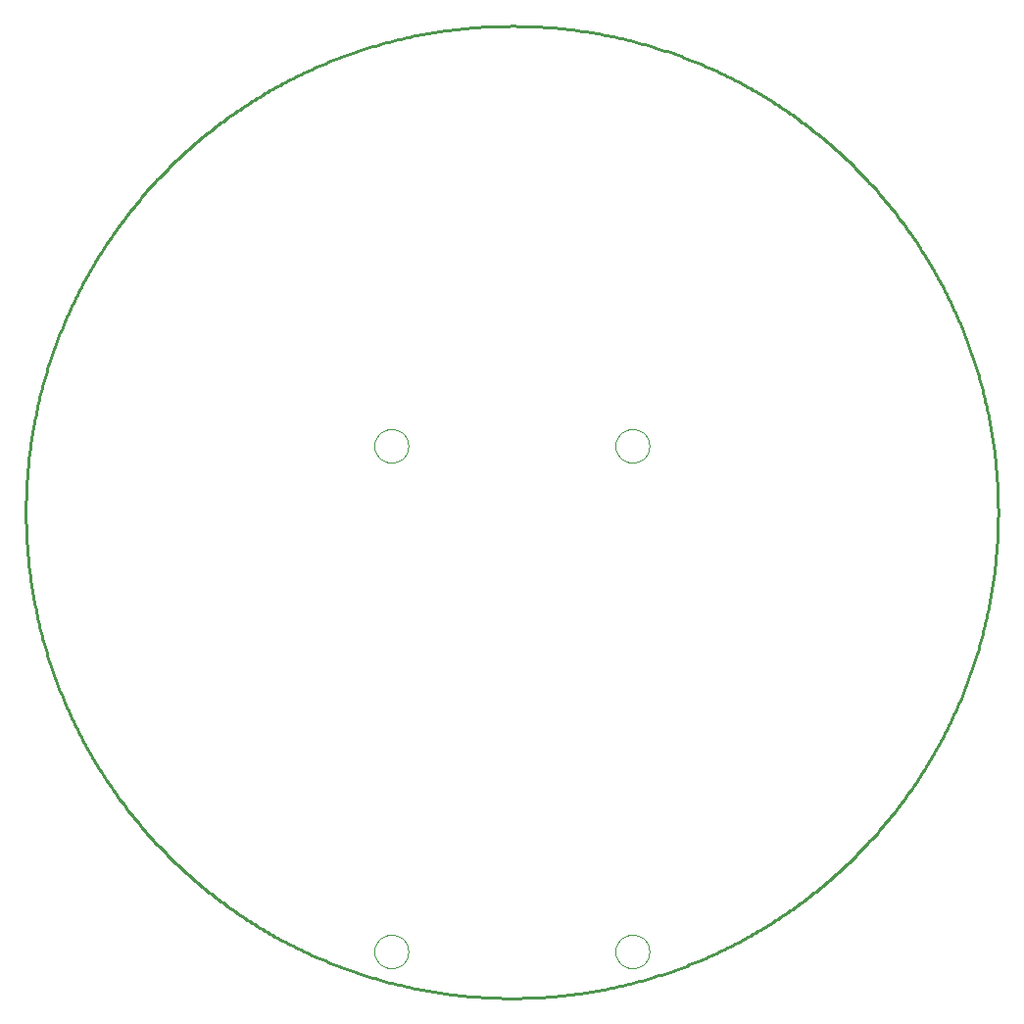
<source format=gko>
G04 Layer_Color=16711935*
%FSLAX25Y25*%
%MOIN*%
G70*
G01*
G75*
%ADD31C,0.01000*%
%ADD82C,0.00200*%
G54D31*
X165354Y0D02*
X165351Y1000D01*
X165342Y2000D01*
X165327Y3000D01*
X165306Y3999D01*
X165279Y4999D01*
X165245Y5998D01*
X165206Y6998D01*
X165161Y7997D01*
X165110Y8995D01*
X165052Y9993D01*
X164989Y10991D01*
X164919Y11989D01*
X164844Y12986D01*
X164762Y13983D01*
X164674Y14979D01*
X164581Y15974D01*
X164481Y16969D01*
X164376Y17964D01*
X164264Y18957D01*
X164146Y19950D01*
X164023Y20943D01*
X163893Y21934D01*
X163758Y22925D01*
X163616Y23915D01*
X163468Y24904D01*
X163315Y25892D01*
X163155Y26879D01*
X162989Y27865D01*
X162818Y28850D01*
X162641Y29834D01*
X162457Y30817D01*
X162268Y31799D01*
X162073Y32780D01*
X161871Y33759D01*
X161664Y34738D01*
X161451Y35715D01*
X161232Y36690D01*
X161007Y37665D01*
X160777Y38638D01*
X160540Y39609D01*
X160298Y40579D01*
X160049Y41548D01*
X159795Y42515D01*
X159535Y43481D01*
X159269Y44445D01*
X158998Y45407D01*
X158720Y46368D01*
X158437Y47327D01*
X158148Y48284D01*
X157853Y49239D01*
X157552Y50193D01*
X157246Y51145D01*
X156934Y52095D01*
X156616Y53043D01*
X156292Y53989D01*
X155963Y54933D01*
X155628Y55875D01*
X155287Y56815D01*
X154941Y57753D01*
X154588Y58689D01*
X154231Y59623D01*
X153867Y60555D01*
X153498Y61484D01*
X153124Y62411D01*
X152744Y63336D01*
X152358Y64259D01*
X151966Y65179D01*
X151569Y66097D01*
X151167Y67012D01*
X150759Y67925D01*
X150345Y68835D01*
X149926Y69743D01*
X149502Y70649D01*
X149072Y71551D01*
X148636Y72452D01*
X148196Y73349D01*
X147749Y74244D01*
X147298Y75136D01*
X146841Y76025D01*
X146378Y76912D01*
X145910Y77796D01*
X145437Y78677D01*
X144959Y79555D01*
X144475Y80430D01*
X143986Y81302D01*
X143492Y82171D01*
X142992Y83038D01*
X142488Y83901D01*
X141978Y84761D01*
X141462Y85618D01*
X140942Y86472D01*
X140417Y87323D01*
X139886Y88170D01*
X139350Y89015D01*
X138809Y89856D01*
X138263Y90693D01*
X137712Y91528D01*
X137156Y92359D01*
X136595Y93187D01*
X136029Y94011D01*
X135458Y94832D01*
X134882Y95649D01*
X134301Y96463D01*
X133716Y97274D01*
X133125Y98080D01*
X132529Y98884D01*
X131929Y99683D01*
X131324Y100479D01*
X130714Y101272D01*
X130099Y102060D01*
X129479Y102845D01*
X128855Y103626D01*
X128226Y104404D01*
X127592Y105177D01*
X126954Y105947D01*
X126311Y106713D01*
X125663Y107475D01*
X125011Y108232D01*
X124354Y108986D01*
X123693Y109736D01*
X123027Y110482D01*
X122357Y111224D01*
X121682Y111962D01*
X121003Y112696D01*
X120319Y113426D01*
X119631Y114151D01*
X118938Y114873D01*
X118242Y115590D01*
X117540Y116303D01*
X116835Y117011D01*
X116125Y117716D01*
X115411Y118416D01*
X114693Y119112D01*
X113971Y119803D01*
X113244Y120490D01*
X112513Y121173D01*
X111778Y121851D01*
X111040Y122525D01*
X110297Y123194D01*
X109550Y123858D01*
X108799Y124519D01*
X108044Y125174D01*
X107285Y125826D01*
X106522Y126472D01*
X105755Y127114D01*
X104984Y127751D01*
X104210Y128384D01*
X103432Y129011D01*
X102650Y129634D01*
X101864Y130253D01*
X101074Y130867D01*
X100281Y131475D01*
X99484Y132079D01*
X98684Y132679D01*
X97879Y133273D01*
X97072Y133862D01*
X96260Y134447D01*
X95446Y135027D01*
X94627Y135601D01*
X93806Y136171D01*
X92980Y136736D01*
X92152Y137296D01*
X91320Y137850D01*
X90485Y138400D01*
X89646Y138945D01*
X88804Y139484D01*
X87959Y140019D01*
X87111Y140548D01*
X86259Y141072D01*
X85404Y141591D01*
X84547Y142105D01*
X83686Y142614D01*
X82822Y143117D01*
X81955Y143616D01*
X81085Y144109D01*
X80212Y144596D01*
X79336Y145079D01*
X78457Y145556D01*
X77576Y146028D01*
X76691Y146494D01*
X75804Y146955D01*
X74914Y147411D01*
X74021Y147861D01*
X73125Y148306D01*
X72227Y148746D01*
X71326Y149180D01*
X70423Y149608D01*
X69517Y150031D01*
X68608Y150449D01*
X67697Y150861D01*
X66784Y151268D01*
X65868Y151669D01*
X64949Y152065D01*
X64029Y152455D01*
X63105Y152839D01*
X62180Y153218D01*
X61252Y153591D01*
X60322Y153959D01*
X59390Y154321D01*
X58456Y154677D01*
X57520Y155028D01*
X56581Y155373D01*
X55640Y155712D01*
X54698Y156046D01*
X53753Y156374D01*
X52806Y156696D01*
X51858Y157012D01*
X50907Y157323D01*
X49955Y157628D01*
X49001Y157927D01*
X48045Y158221D01*
X47087Y158508D01*
X46128Y158790D01*
X45167Y159066D01*
X44204Y159336D01*
X43240Y159601D01*
X42274Y159859D01*
X41306Y160112D01*
X40337Y160359D01*
X39367Y160600D01*
X38395Y160835D01*
X37422Y161064D01*
X36447Y161288D01*
X35471Y161505D01*
X34493Y161717D01*
X33515Y161922D01*
X32535Y162122D01*
X31554Y162316D01*
X30572Y162504D01*
X29589Y162686D01*
X28604Y162861D01*
X27619Y163031D01*
X26632Y163196D01*
X25645Y163354D01*
X24657Y163506D01*
X23667Y163652D01*
X22677Y163792D01*
X21687Y163926D01*
X20695Y164054D01*
X19702Y164176D01*
X18709Y164293D01*
X17715Y164403D01*
X16721Y164507D01*
X15726Y164605D01*
X14730Y164697D01*
X13734Y164783D01*
X12737Y164863D01*
X11740Y164937D01*
X10742Y165005D01*
X9744Y165067D01*
X8746Y165123D01*
X7747Y165173D01*
X6748Y165217D01*
X5749Y165254D01*
X4749Y165286D01*
X3750Y165312D01*
X2750Y165331D01*
X1750Y165345D01*
X750Y165353D01*
X-250Y165354D01*
X-1250Y165350D01*
X-2250Y165339D01*
X-3250Y165322D01*
X-4249Y165300D01*
X-5249Y165271D01*
X-6248Y165236D01*
X-7247Y165195D01*
X-8246Y165149D01*
X-9245Y165096D01*
X-10243Y165037D01*
X-11241Y164972D01*
X-12238Y164901D01*
X-13235Y164824D01*
X-14232Y164741D01*
X-15228Y164652D01*
X-16223Y164557D01*
X-17218Y164455D01*
X-18212Y164348D01*
X-19206Y164235D01*
X-20199Y164116D01*
X-21191Y163991D01*
X-22182Y163860D01*
X-23173Y163723D01*
X-24162Y163579D01*
X-25151Y163430D01*
X-26139Y163275D01*
X-27126Y163114D01*
X-28112Y162947D01*
X-29096Y162774D01*
X-30080Y162595D01*
X-31063Y162410D01*
X-32045Y162220D01*
X-33025Y162023D01*
X-34004Y161820D01*
X-34982Y161612D01*
X-35959Y161397D01*
X-36934Y161177D01*
X-37908Y160950D01*
X-38881Y160718D01*
X-39852Y160480D01*
X-40822Y160236D01*
X-41790Y159986D01*
X-42757Y159731D01*
X-43722Y159469D01*
X-44686Y159202D01*
X-45647Y158929D01*
X-46608Y158650D01*
X-47566Y158365D01*
X-48523Y158075D01*
X-49478Y157778D01*
X-50431Y157476D01*
X-51383Y157168D01*
X-52332Y156855D01*
X-53280Y156535D01*
X-54225Y156210D01*
X-55169Y155879D01*
X-56111Y155543D01*
X-57050Y155201D01*
X-57988Y154853D01*
X-58923Y154499D01*
X-59856Y154140D01*
X-60788Y153776D01*
X-61716Y153405D01*
X-62643Y153029D01*
X-63567Y152647D01*
X-64489Y152260D01*
X-65409Y151867D01*
X-66326Y151469D01*
X-67241Y151065D01*
X-68153Y150656D01*
X-69063Y150241D01*
X-69970Y149821D01*
X-70875Y149395D01*
X-71777Y148963D01*
X-72677Y148527D01*
X-73573Y148084D01*
X-74468Y147637D01*
X-75359Y147184D01*
X-76248Y146725D01*
X-77134Y146262D01*
X-78017Y145792D01*
X-78897Y145318D01*
X-79774Y144838D01*
X-80649Y144353D01*
X-81520Y143863D01*
X-82389Y143367D01*
X-83254Y142866D01*
X-84117Y142360D01*
X-84976Y141849D01*
X-85832Y141332D01*
X-86685Y140811D01*
X-87535Y140284D01*
X-88382Y139752D01*
X-89226Y139215D01*
X-90066Y138673D01*
X-90903Y138126D01*
X-91736Y137574D01*
X-92567Y137016D01*
X-93394Y136454D01*
X-94217Y135887D01*
X-95037Y135315D01*
X-95854Y134737D01*
X-96667Y134155D01*
X-97476Y133568D01*
X-98282Y132976D01*
X-99085Y132379D01*
X-99883Y131778D01*
X-100678Y131171D01*
X-101470Y130560D01*
X-102257Y129944D01*
X-103041Y129323D01*
X-103822Y128698D01*
X-104598Y128068D01*
X-105370Y127433D01*
X-106139Y126793D01*
X-106904Y126149D01*
X-107665Y125500D01*
X-108422Y124847D01*
X-109175Y124189D01*
X-109924Y123527D01*
X-110669Y122860D01*
X-111410Y122188D01*
X-112146Y121512D01*
X-112879Y120832D01*
X-113608Y120147D01*
X-114332Y119458D01*
X-115053Y118764D01*
X-115769Y118066D01*
X-116481Y117364D01*
X-117188Y116658D01*
X-117892Y115947D01*
X-118590Y115232D01*
X-119285Y114513D01*
X-119975Y113789D01*
X-120661Y113061D01*
X-121343Y112330D01*
X-122020Y111594D01*
X-122693Y110854D01*
X-123361Y110110D01*
X-124024Y109362D01*
X-124683Y108610D01*
X-125338Y107854D01*
X-125988Y107094D01*
X-126633Y106330D01*
X-127274Y105563D01*
X-127910Y104791D01*
X-128541Y104016D01*
X-129168Y103236D01*
X-129790Y102453D01*
X-130407Y101667D01*
X-131019Y100876D01*
X-131627Y100082D01*
X-132230Y99284D01*
X-132828Y98483D01*
X-133421Y97678D01*
X-134009Y96869D01*
X-134592Y96057D01*
X-135171Y95241D01*
X-135744Y94422D01*
X-136313Y93600D01*
X-136876Y92774D01*
X-137435Y91944D01*
X-137988Y91111D01*
X-138537Y90275D01*
X-139080Y89436D01*
X-139618Y88593D01*
X-140152Y87747D01*
X-140680Y86898D01*
X-141203Y86046D01*
X-141720Y85190D01*
X-142233Y84332D01*
X-142740Y83470D01*
X-143243Y82605D01*
X-143739Y81738D01*
X-144231Y80867D01*
X-144717Y79993D01*
X-145199Y79117D01*
X-145674Y78237D01*
X-146145Y77355D01*
X-146610Y76470D01*
X-147070Y75582D01*
X-147524Y74691D01*
X-147973Y73798D01*
X-148416Y72901D01*
X-148855Y72003D01*
X-149287Y71101D01*
X-149715Y70197D01*
X-150136Y69290D01*
X-150553Y68381D01*
X-150963Y67470D01*
X-151369Y66555D01*
X-151768Y65639D01*
X-152162Y64720D01*
X-152551Y63798D01*
X-152934Y62875D01*
X-153312Y61949D01*
X-153683Y61021D01*
X-154050Y60090D01*
X-154410Y59157D01*
X-154765Y58223D01*
X-155114Y57286D01*
X-155458Y56347D01*
X-155796Y55405D01*
X-156128Y54462D01*
X-156454Y53517D01*
X-156775Y52570D01*
X-157090Y51621D01*
X-157399Y50670D01*
X-157703Y49717D01*
X-158001Y48763D01*
X-158293Y47807D01*
X-158579Y46848D01*
X-158859Y45889D01*
X-159134Y44927D01*
X-159403Y43964D01*
X-159666Y42999D01*
X-159923Y42033D01*
X-160174Y41065D01*
X-160419Y40096D01*
X-160659Y39125D01*
X-160893Y38153D01*
X-161120Y37179D01*
X-161342Y36204D01*
X-161558Y35228D01*
X-161768Y34250D01*
X-161972Y33271D01*
X-162171Y32291D01*
X-162363Y31310D01*
X-162549Y30327D01*
X-162730Y29344D01*
X-162904Y28359D01*
X-163073Y27374D01*
X-163235Y26387D01*
X-163392Y25399D01*
X-163543Y24411D01*
X-163687Y23421D01*
X-163826Y22431D01*
X-163959Y21440D01*
X-164085Y20448D01*
X-164206Y19455D01*
X-164320Y18462D01*
X-164429Y17468D01*
X-164532Y16474D01*
X-164628Y15478D01*
X-164719Y14482D01*
X-164804Y13486D01*
X-164882Y12489D01*
X-164954Y11492D01*
X-165021Y10494D01*
X-165081Y9496D01*
X-165136Y8498D01*
X-165184Y7499D01*
X-165226Y6500D01*
X-165263Y5501D01*
X-165293Y4501D01*
X-165317Y3501D01*
X-165335Y2502D01*
X-165348Y1502D01*
X-165354Y502D01*
X-165354Y-498D01*
X-165348Y-1498D01*
X-165336Y-2498D01*
X-165317Y-3498D01*
X-165293Y-4497D01*
X-165263Y-5497D01*
X-165227Y-6496D01*
X-165184Y-7495D01*
X-165136Y-8494D01*
X-165082Y-9492D01*
X-165021Y-10490D01*
X-164955Y-11488D01*
X-164882Y-12485D01*
X-164804Y-13482D01*
X-164719Y-14479D01*
X-164629Y-15474D01*
X-164532Y-16470D01*
X-164429Y-17464D01*
X-164321Y-18458D01*
X-164206Y-19452D01*
X-164086Y-20444D01*
X-163959Y-21436D01*
X-163826Y-22427D01*
X-163688Y-23418D01*
X-163543Y-24407D01*
X-163392Y-25396D01*
X-163236Y-26383D01*
X-163073Y-27370D01*
X-162905Y-28356D01*
X-162731Y-29340D01*
X-162550Y-30324D01*
X-162364Y-31306D01*
X-162171Y-32287D01*
X-161973Y-33267D01*
X-161769Y-34246D01*
X-161559Y-35224D01*
X-161343Y-36200D01*
X-161121Y-37175D01*
X-160893Y-38149D01*
X-160660Y-39121D01*
X-160420Y-40092D01*
X-160175Y-41061D01*
X-159924Y-42029D01*
X-159667Y-42996D01*
X-159404Y-43960D01*
X-159135Y-44923D01*
X-158860Y-45885D01*
X-158580Y-46845D01*
X-158294Y-47803D01*
X-158002Y-48759D01*
X-157704Y-49714D01*
X-157401Y-50666D01*
X-157091Y-51617D01*
X-156776Y-52566D01*
X-156456Y-53513D01*
X-156129Y-54459D01*
X-155797Y-55402D01*
X-155459Y-56343D01*
X-155115Y-57282D01*
X-154766Y-58219D01*
X-154411Y-59154D01*
X-154051Y-60087D01*
X-153685Y-61017D01*
X-153313Y-61945D01*
X-152936Y-62871D01*
X-152552Y-63795D01*
X-152164Y-64716D01*
X-151770Y-65635D01*
X-151370Y-66552D01*
X-150965Y-67466D01*
X-150554Y-68378D01*
X-150138Y-69287D01*
X-149716Y-70193D01*
X-149289Y-71098D01*
X-148856Y-71999D01*
X-148418Y-72898D01*
X-147975Y-73794D01*
X-147526Y-74687D01*
X-147071Y-75578D01*
X-146612Y-76466D01*
X-146147Y-77351D01*
X-145676Y-78234D01*
X-145200Y-79113D01*
X-144719Y-79990D01*
X-144233Y-80864D01*
X-143741Y-81734D01*
X-143244Y-82602D01*
X-142742Y-83467D01*
X-142235Y-84329D01*
X-141722Y-85187D01*
X-141205Y-86042D01*
X-140682Y-86895D01*
X-140154Y-87744D01*
X-139620Y-88590D01*
X-139082Y-89433D01*
X-138539Y-90272D01*
X-137990Y-91108D01*
X-137437Y-91941D01*
X-136878Y-92770D01*
X-136315Y-93596D01*
X-135747Y-94419D01*
X-135173Y-95238D01*
X-134595Y-96054D01*
X-134011Y-96866D01*
X-133423Y-97675D01*
X-132830Y-98480D01*
X-132232Y-99281D01*
X-131629Y-100079D01*
X-131022Y-100873D01*
X-130409Y-101664D01*
X-129792Y-102450D01*
X-129170Y-103233D01*
X-128543Y-104013D01*
X-127912Y-104788D01*
X-127276Y-105560D01*
X-126636Y-106327D01*
X-125990Y-107091D01*
X-125340Y-107851D01*
X-124686Y-108607D01*
X-124027Y-109359D01*
X-123363Y-110107D01*
X-122695Y-110851D01*
X-122022Y-111591D01*
X-121345Y-112327D01*
X-120664Y-113059D01*
X-119978Y-113786D01*
X-119288Y-114510D01*
X-118593Y-115229D01*
X-117894Y-115944D01*
X-117191Y-116655D01*
X-116483Y-117361D01*
X-115771Y-118064D01*
X-115055Y-118762D01*
X-114335Y-119455D01*
X-113611Y-120144D01*
X-112882Y-120829D01*
X-112149Y-121510D01*
X-111412Y-122186D01*
X-110671Y-122857D01*
X-109927Y-123524D01*
X-109178Y-124187D01*
X-108425Y-124845D01*
X-107668Y-125498D01*
X-106907Y-126147D01*
X-106142Y-126791D01*
X-105373Y-127430D01*
X-104601Y-128065D01*
X-103824Y-128695D01*
X-103044Y-129321D01*
X-102260Y-129942D01*
X-101473Y-130558D01*
X-100681Y-131169D01*
X-99886Y-131775D01*
X-99088Y-132377D01*
X-98285Y-132974D01*
X-97479Y-133566D01*
X-96670Y-134153D01*
X-95857Y-134735D01*
X-95040Y-135312D01*
X-94220Y-135884D01*
X-93397Y-136452D01*
X-92570Y-137014D01*
X-91740Y-137571D01*
X-90906Y-138124D01*
X-90069Y-138671D01*
X-89229Y-139213D01*
X-88386Y-139750D01*
X-87539Y-140282D01*
X-86689Y-140809D01*
X-85836Y-141330D01*
X-84980Y-141847D01*
X-84120Y-142358D01*
X-83258Y-142864D01*
X-82393Y-143365D01*
X-81524Y-143861D01*
X-80652Y-144351D01*
X-79778Y-144836D01*
X-78901Y-145316D01*
X-78021Y-145790D01*
X-77138Y-146259D01*
X-76252Y-146723D01*
X-75363Y-147182D01*
X-74472Y-147635D01*
X-73577Y-148082D01*
X-72681Y-148525D01*
X-71781Y-148961D01*
X-70879Y-149393D01*
X-69974Y-149819D01*
X-69067Y-150239D01*
X-68157Y-150654D01*
X-67245Y-151063D01*
X-66330Y-151467D01*
X-65413Y-151866D01*
X-64494Y-152258D01*
X-63572Y-152646D01*
X-62647Y-153027D01*
X-61721Y-153403D01*
X-60792Y-153774D01*
X-59861Y-154139D01*
X-58928Y-154498D01*
X-57993Y-154851D01*
X-57055Y-155199D01*
X-56116Y-155541D01*
X-55174Y-155878D01*
X-54230Y-156209D01*
X-53285Y-156534D01*
X-52337Y-156853D01*
X-51388Y-157167D01*
X-50436Y-157475D01*
X-49483Y-157777D01*
X-48528Y-158073D01*
X-47571Y-158364D01*
X-46613Y-158648D01*
X-45652Y-158927D01*
X-44691Y-159201D01*
X-43727Y-159468D01*
X-42762Y-159729D01*
X-41795Y-159985D01*
X-40827Y-160235D01*
X-39857Y-160479D01*
X-38886Y-160717D01*
X-37913Y-160949D01*
X-36939Y-161176D01*
X-35964Y-161396D01*
X-34987Y-161610D01*
X-34009Y-161819D01*
X-33030Y-162022D01*
X-32050Y-162219D01*
X-31068Y-162409D01*
X-30085Y-162594D01*
X-29101Y-162773D01*
X-28117Y-162946D01*
X-27131Y-163113D01*
X-26144Y-163275D01*
X-25156Y-163430D01*
X-24167Y-163579D01*
X-23177Y-163722D01*
X-22187Y-163859D01*
X-21195Y-163990D01*
X-20203Y-164115D01*
X-19210Y-164235D01*
X-18217Y-164348D01*
X-17223Y-164455D01*
X-16228Y-164556D01*
X-15233Y-164651D01*
X-14236Y-164740D01*
X-13240Y-164823D01*
X-12243Y-164901D01*
X-11246Y-164971D01*
X-10248Y-165036D01*
X-9249Y-165095D01*
X-8251Y-165148D01*
X-7252Y-165195D01*
X-6253Y-165236D01*
X-5253Y-165271D01*
X-4254Y-165300D01*
X-3254Y-165322D01*
X-2254Y-165339D01*
X-1254Y-165350D01*
X-254Y-165354D01*
X746Y-165353D01*
X1746Y-165345D01*
X2746Y-165331D01*
X3745Y-165312D01*
X4745Y-165286D01*
X5744Y-165254D01*
X6744Y-165217D01*
X7743Y-165173D01*
X8741Y-165123D01*
X9740Y-165067D01*
X10738Y-165005D01*
X11736Y-164937D01*
X12733Y-164863D01*
X13730Y-164783D01*
X14726Y-164697D01*
X15722Y-164605D01*
X16717Y-164507D01*
X17711Y-164403D01*
X18705Y-164293D01*
X19698Y-164177D01*
X20691Y-164055D01*
X21683Y-163927D01*
X22674Y-163792D01*
X23664Y-163652D01*
X24653Y-163506D01*
X25641Y-163354D01*
X26629Y-163196D01*
X27615Y-163032D01*
X28600Y-162862D01*
X29585Y-162686D01*
X30568Y-162504D01*
X31550Y-162316D01*
X32531Y-162123D01*
X33511Y-161923D01*
X34490Y-161717D01*
X35467Y-161506D01*
X36443Y-161288D01*
X37418Y-161065D01*
X38391Y-160836D01*
X39363Y-160601D01*
X40334Y-160360D01*
X41303Y-160113D01*
X42270Y-159860D01*
X43236Y-159602D01*
X44201Y-159337D01*
X45164Y-159067D01*
X46125Y-158791D01*
X47084Y-158509D01*
X48042Y-158221D01*
X48998Y-157928D01*
X49952Y-157629D01*
X50904Y-157324D01*
X51855Y-157013D01*
X52803Y-156697D01*
X53750Y-156375D01*
X54695Y-156047D01*
X55637Y-155713D01*
X56578Y-155374D01*
X57517Y-155029D01*
X58453Y-154678D01*
X59387Y-154322D01*
X60320Y-153960D01*
X61250Y-153592D01*
X62177Y-153219D01*
X63103Y-152840D01*
X64026Y-152456D01*
X64947Y-152066D01*
X65865Y-151670D01*
X66781Y-151269D01*
X67695Y-150863D01*
X68606Y-150450D01*
X69514Y-150033D01*
X70420Y-149610D01*
X71324Y-149181D01*
X72225Y-148747D01*
X73123Y-148307D01*
X74019Y-147863D01*
X74911Y-147412D01*
X75801Y-146956D01*
X76689Y-146495D01*
X77573Y-146029D01*
X78455Y-145557D01*
X79334Y-145080D01*
X80210Y-144598D01*
X81083Y-144110D01*
X81953Y-143617D01*
X82820Y-143119D01*
X83684Y-142615D01*
X84545Y-142106D01*
X85403Y-141593D01*
X86257Y-141074D01*
X87109Y-140549D01*
X87957Y-140020D01*
X88802Y-139486D01*
X89644Y-138946D01*
X90483Y-138401D01*
X91318Y-137852D01*
X92150Y-137297D01*
X92979Y-136737D01*
X93804Y-136172D01*
X94626Y-135602D01*
X95444Y-135028D01*
X96259Y-134448D01*
X97070Y-133863D01*
X97878Y-133274D01*
X98682Y-132680D01*
X99483Y-132080D01*
X100280Y-131476D01*
X101073Y-130868D01*
X101863Y-130254D01*
X102648Y-129636D01*
X103430Y-129012D01*
X104209Y-128384D01*
X104983Y-127752D01*
X105754Y-127115D01*
X106521Y-126473D01*
X107284Y-125826D01*
X108043Y-125175D01*
X108798Y-124520D01*
X109549Y-123859D01*
X110296Y-123195D01*
X111039Y-122525D01*
X111778Y-121852D01*
X112512Y-121174D01*
X113243Y-120491D01*
X113970Y-119804D01*
X114692Y-119112D01*
X115410Y-118417D01*
X116124Y-117717D01*
X116834Y-117012D01*
X117540Y-116303D01*
X118241Y-115590D01*
X118938Y-114873D01*
X119630Y-114152D01*
X120318Y-113426D01*
X121002Y-112697D01*
X121681Y-111963D01*
X122356Y-111225D01*
X123027Y-110483D01*
X123693Y-109737D01*
X124354Y-108987D01*
X125011Y-108233D01*
X125663Y-107475D01*
X126311Y-106713D01*
X126954Y-105947D01*
X127592Y-105177D01*
X128226Y-104404D01*
X128855Y-103627D01*
X129479Y-102846D01*
X130099Y-102061D01*
X130714Y-101272D01*
X131324Y-100480D01*
X131929Y-99684D01*
X132529Y-98884D01*
X133125Y-98081D01*
X133716Y-97274D01*
X134301Y-96463D01*
X134882Y-95649D01*
X135458Y-94832D01*
X136029Y-94011D01*
X136595Y-93187D01*
X137156Y-92359D01*
X137712Y-91528D01*
X138263Y-90693D01*
X138809Y-89855D01*
X139350Y-89014D01*
X139886Y-88170D01*
X140417Y-87322D01*
X140942Y-86472D01*
X141463Y-85618D01*
X141978Y-84761D01*
X142488Y-83901D01*
X142992Y-83037D01*
X143492Y-82171D01*
X143986Y-81302D01*
X144475Y-80430D01*
X144959Y-79554D01*
X145438Y-78676D01*
X145911Y-77795D01*
X146379Y-76911D01*
X146841Y-76025D01*
X147298Y-75135D01*
X147750Y-74243D01*
X148196Y-73348D01*
X148637Y-72451D01*
X149072Y-71551D01*
X149502Y-70648D01*
X149927Y-69743D01*
X150346Y-68835D01*
X150759Y-67924D01*
X151167Y-67011D01*
X151570Y-66096D01*
X151967Y-65178D01*
X152358Y-64258D01*
X152744Y-63335D01*
X153124Y-62410D01*
X153499Y-61483D01*
X153868Y-60554D01*
X154231Y-59622D01*
X154589Y-58688D01*
X154941Y-57752D01*
X155287Y-56814D01*
X155628Y-55874D01*
X155963Y-54932D01*
X156293Y-53988D01*
X156616Y-53042D01*
X156934Y-52093D01*
X157246Y-51143D01*
X157553Y-50192D01*
X157853Y-49238D01*
X158148Y-48282D01*
X158437Y-47325D01*
X158721Y-46366D01*
X158998Y-45405D01*
X159270Y-44443D01*
X159536Y-43479D01*
X159796Y-42513D01*
X160050Y-41546D01*
X160298Y-40578D01*
X160541Y-39608D01*
X160777Y-38636D01*
X161008Y-37663D01*
X161233Y-36689D01*
X161452Y-35713D01*
X161665Y-34736D01*
X161872Y-33757D01*
X162073Y-32778D01*
X162268Y-31797D01*
X162458Y-30815D01*
X162641Y-29832D01*
X162818Y-28848D01*
X162990Y-27863D01*
X163155Y-26877D01*
X163315Y-25890D01*
X163469Y-24902D01*
X163616Y-23913D01*
X163758Y-22923D01*
X163893Y-21932D01*
X164023Y-20940D01*
X164147Y-19948D01*
X164264Y-18955D01*
X164376Y-17961D01*
X164481Y-16967D01*
X164581Y-15972D01*
X164675Y-14976D01*
X164762Y-13980D01*
X164844Y-12984D01*
X164919Y-11986D01*
X164989Y-10989D01*
X165052Y-9991D01*
X165110Y-8993D01*
X165161Y-7994D01*
X165206Y-6995D01*
X165246Y-5996D01*
X165279Y-4996D01*
X165306Y-3997D01*
X165327Y-2997D01*
X165342Y-1997D01*
X165351Y-997D01*
X165354Y0D01*
G54D82*
X-35250Y-149500D02*
X-35337Y-148502D01*
X-35597Y-147533D01*
X-36020Y-146625D01*
X-36595Y-145804D01*
X-37304Y-145095D01*
X-38125Y-144520D01*
X-39033Y-144097D01*
X-40001Y-143837D01*
X-41000Y-143750D01*
X-41998Y-143837D01*
X-42967Y-144097D01*
X-43875Y-144520D01*
X-44696Y-145095D01*
X-45405Y-145804D01*
X-45980Y-146625D01*
X-46403Y-147533D01*
X-46663Y-148502D01*
X-46750Y-149500D01*
X-46663Y-150498D01*
X-46403Y-151467D01*
X-45980Y-152375D01*
X-45405Y-153196D01*
X-44696Y-153905D01*
X-43875Y-154480D01*
X-42967Y-154903D01*
X-41998Y-155163D01*
X-41000Y-155250D01*
X-40001Y-155163D01*
X-39033Y-154903D01*
X-38125Y-154480D01*
X-37304Y-153905D01*
X-36595Y-153196D01*
X-36020Y-152375D01*
X-35597Y-151467D01*
X-35337Y-150498D01*
X-35250Y-149500D01*
X46750D02*
X46663Y-148502D01*
X46403Y-147533D01*
X45980Y-146625D01*
X45405Y-145804D01*
X44696Y-145095D01*
X43875Y-144520D01*
X42967Y-144097D01*
X41998Y-143837D01*
X41000Y-143750D01*
X40001Y-143837D01*
X39033Y-144097D01*
X38125Y-144520D01*
X37304Y-145095D01*
X36595Y-145804D01*
X36020Y-146625D01*
X35597Y-147533D01*
X35337Y-148502D01*
X35250Y-149500D01*
X35337Y-150498D01*
X35597Y-151467D01*
X36020Y-152375D01*
X36595Y-153196D01*
X37304Y-153905D01*
X38125Y-154480D01*
X39033Y-154903D01*
X40001Y-155163D01*
X41000Y-155250D01*
X41998Y-155163D01*
X42967Y-154903D01*
X43875Y-154480D01*
X44696Y-153905D01*
X45405Y-153196D01*
X45980Y-152375D01*
X46403Y-151467D01*
X46663Y-150498D01*
X46750Y-149500D01*
X-35250Y22500D02*
X-35337Y23498D01*
X-35597Y24467D01*
X-36020Y25375D01*
X-36595Y26196D01*
X-37304Y26905D01*
X-38125Y27480D01*
X-39033Y27903D01*
X-40001Y28163D01*
X-41000Y28250D01*
X-41998Y28163D01*
X-42967Y27903D01*
X-43875Y27480D01*
X-44696Y26905D01*
X-45405Y26196D01*
X-45980Y25375D01*
X-46403Y24467D01*
X-46663Y23498D01*
X-46750Y22500D01*
X-46663Y21501D01*
X-46403Y20533D01*
X-45980Y19625D01*
X-45405Y18804D01*
X-44696Y18095D01*
X-43875Y17520D01*
X-42967Y17097D01*
X-41998Y16837D01*
X-41000Y16750D01*
X-40001Y16837D01*
X-39033Y17097D01*
X-38125Y17520D01*
X-37304Y18095D01*
X-36595Y18804D01*
X-36020Y19625D01*
X-35597Y20533D01*
X-35337Y21501D01*
X-35250Y22500D01*
X46750D02*
X46663Y23498D01*
X46403Y24467D01*
X45980Y25375D01*
X45405Y26196D01*
X44696Y26905D01*
X43875Y27480D01*
X42967Y27903D01*
X41998Y28163D01*
X41000Y28250D01*
X40001Y28163D01*
X39033Y27903D01*
X38125Y27480D01*
X37304Y26905D01*
X36595Y26196D01*
X36020Y25375D01*
X35597Y24467D01*
X35337Y23498D01*
X35250Y22500D01*
X35337Y21501D01*
X35597Y20533D01*
X36020Y19625D01*
X36595Y18804D01*
X37304Y18095D01*
X38125Y17520D01*
X39033Y17097D01*
X40001Y16837D01*
X41000Y16750D01*
X41998Y16837D01*
X42967Y17097D01*
X43875Y17520D01*
X44696Y18095D01*
X45405Y18804D01*
X45980Y19625D01*
X46403Y20533D01*
X46663Y21501D01*
X46750Y22500D01*
M02*

</source>
